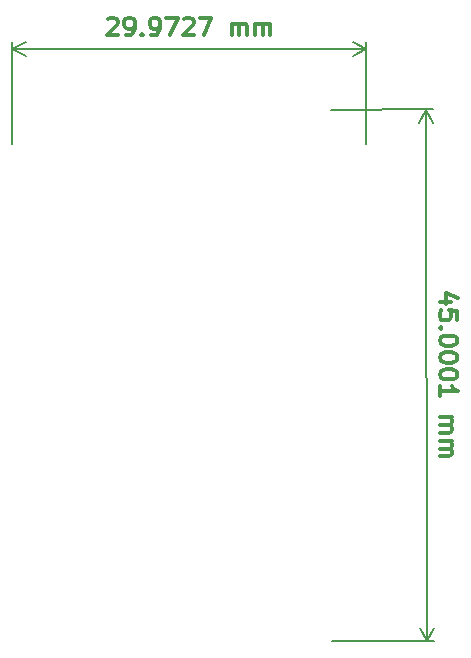
<source format=gbr>
%TF.GenerationSoftware,KiCad,Pcbnew,7.0.7*%
%TF.CreationDate,2024-03-20T19:05:46+01:00*%
%TF.ProjectId,DriverRGB_v2,44726976-6572-4524-9742-5f76322e6b69,v02*%
%TF.SameCoordinates,Original*%
%TF.FileFunction,OtherDrawing,Comment*%
%FSLAX46Y46*%
G04 Gerber Fmt 4.6, Leading zero omitted, Abs format (unit mm)*
G04 Created by KiCad (PCBNEW 7.0.7) date 2024-03-20 19:05:46*
%MOMM*%
%LPD*%
G01*
G04 APERTURE LIST*
%ADD10C,0.300000*%
%ADD11C,0.200000*%
G04 APERTURE END LIST*
D10*
X169127092Y-91944278D02*
X168127093Y-91945855D01*
X169697956Y-91586234D02*
X168625965Y-91230782D01*
X168625965Y-91230782D02*
X168627430Y-92159352D01*
X169629458Y-93443487D02*
X169628331Y-92729202D01*
X169628331Y-92729202D02*
X168913933Y-92658900D01*
X168913933Y-92658900D02*
X168985474Y-92730216D01*
X168985474Y-92730216D02*
X169057128Y-92872960D01*
X169057128Y-92872960D02*
X169057692Y-93230103D01*
X169057692Y-93230103D02*
X168986489Y-93373072D01*
X168986489Y-93373072D02*
X168915173Y-93444614D01*
X168915173Y-93444614D02*
X168772429Y-93516267D01*
X168772429Y-93516267D02*
X168415286Y-93516831D01*
X168415286Y-93516831D02*
X168272317Y-93445628D01*
X168272317Y-93445628D02*
X168200775Y-93374312D01*
X168200775Y-93374312D02*
X168129122Y-93231568D01*
X168129122Y-93231568D02*
X168128558Y-92874425D01*
X168128558Y-92874425D02*
X168199761Y-92731456D01*
X168199761Y-92731456D02*
X168271077Y-92659914D01*
X168273444Y-94159912D02*
X168202128Y-94231453D01*
X168202128Y-94231453D02*
X168130587Y-94160138D01*
X168130587Y-94160138D02*
X168201902Y-94088596D01*
X168201902Y-94088596D02*
X168273444Y-94159912D01*
X168273444Y-94159912D02*
X168130587Y-94160138D01*
X169632163Y-95157770D02*
X169632388Y-95300627D01*
X169632388Y-95300627D02*
X169561185Y-95443597D01*
X169561185Y-95443597D02*
X169489869Y-95515138D01*
X169489869Y-95515138D02*
X169347125Y-95586792D01*
X169347125Y-95586792D02*
X169061524Y-95658671D01*
X169061524Y-95658671D02*
X168704381Y-95659234D01*
X168704381Y-95659234D02*
X168418555Y-95588257D01*
X168418555Y-95588257D02*
X168275585Y-95517054D01*
X168275585Y-95517054D02*
X168204044Y-95445738D01*
X168204044Y-95445738D02*
X168132390Y-95302994D01*
X168132390Y-95302994D02*
X168132164Y-95160137D01*
X168132164Y-95160137D02*
X168203368Y-95017167D01*
X168203368Y-95017167D02*
X168274683Y-94945626D01*
X168274683Y-94945626D02*
X168417428Y-94873972D01*
X168417428Y-94873972D02*
X168703029Y-94802093D01*
X168703029Y-94802093D02*
X169060171Y-94801529D01*
X169060171Y-94801529D02*
X169345998Y-94872507D01*
X169345998Y-94872507D02*
X169488968Y-94943710D01*
X169488968Y-94943710D02*
X169560509Y-95015026D01*
X169560509Y-95015026D02*
X169632163Y-95157770D01*
X169634417Y-96586339D02*
X169634642Y-96729196D01*
X169634642Y-96729196D02*
X169563439Y-96872166D01*
X169563439Y-96872166D02*
X169492123Y-96943707D01*
X169492123Y-96943707D02*
X169349379Y-97015361D01*
X169349379Y-97015361D02*
X169063778Y-97087240D01*
X169063778Y-97087240D02*
X168706635Y-97087804D01*
X168706635Y-97087804D02*
X168420809Y-97016826D01*
X168420809Y-97016826D02*
X168277839Y-96945623D01*
X168277839Y-96945623D02*
X168206298Y-96874307D01*
X168206298Y-96874307D02*
X168134644Y-96731563D01*
X168134644Y-96731563D02*
X168134418Y-96588706D01*
X168134418Y-96588706D02*
X168205621Y-96445736D01*
X168205621Y-96445736D02*
X168276937Y-96374195D01*
X168276937Y-96374195D02*
X168419682Y-96302541D01*
X168419682Y-96302541D02*
X168705283Y-96230662D01*
X168705283Y-96230662D02*
X169062425Y-96230098D01*
X169062425Y-96230098D02*
X169348252Y-96301076D01*
X169348252Y-96301076D02*
X169491221Y-96372279D01*
X169491221Y-96372279D02*
X169562763Y-96443595D01*
X169562763Y-96443595D02*
X169634417Y-96586339D01*
X169636671Y-98014908D02*
X169636896Y-98157765D01*
X169636896Y-98157765D02*
X169565693Y-98300735D01*
X169565693Y-98300735D02*
X169494377Y-98372276D01*
X169494377Y-98372276D02*
X169351633Y-98443930D01*
X169351633Y-98443930D02*
X169066032Y-98515809D01*
X169066032Y-98515809D02*
X168708889Y-98516373D01*
X168708889Y-98516373D02*
X168423062Y-98445395D01*
X168423062Y-98445395D02*
X168280093Y-98374192D01*
X168280093Y-98374192D02*
X168208552Y-98302876D01*
X168208552Y-98302876D02*
X168136898Y-98160132D01*
X168136898Y-98160132D02*
X168136672Y-98017275D01*
X168136672Y-98017275D02*
X168207875Y-97874305D01*
X168207875Y-97874305D02*
X168279191Y-97802764D01*
X168279191Y-97802764D02*
X168421936Y-97731110D01*
X168421936Y-97731110D02*
X168707537Y-97659231D01*
X168707537Y-97659231D02*
X169064679Y-97658668D01*
X169064679Y-97658668D02*
X169350506Y-97729645D01*
X169350506Y-97729645D02*
X169493475Y-97800848D01*
X169493475Y-97800848D02*
X169565017Y-97872164D01*
X169565017Y-97872164D02*
X169636671Y-98014908D01*
X168139715Y-99945844D02*
X168138363Y-99088702D01*
X168139039Y-99517273D02*
X169639037Y-99514906D01*
X169639037Y-99514906D02*
X169424526Y-99372387D01*
X169424526Y-99372387D02*
X169281444Y-99229756D01*
X169281444Y-99229756D02*
X169209790Y-99087011D01*
X168142533Y-101731555D02*
X169142531Y-101729977D01*
X168999674Y-101730203D02*
X169071216Y-101801519D01*
X169071216Y-101801519D02*
X169142870Y-101944263D01*
X169142870Y-101944263D02*
X169143208Y-102158548D01*
X169143208Y-102158548D02*
X169072005Y-102301518D01*
X169072005Y-102301518D02*
X168929260Y-102373172D01*
X168929260Y-102373172D02*
X168143547Y-102374412D01*
X168929260Y-102373172D02*
X169072230Y-102444375D01*
X169072230Y-102444375D02*
X169143884Y-102587119D01*
X169143884Y-102587119D02*
X169144222Y-102801405D01*
X169144222Y-102801405D02*
X169073019Y-102944374D01*
X169073019Y-102944374D02*
X168930275Y-103016028D01*
X168930275Y-103016028D02*
X168144561Y-103017268D01*
X168145688Y-103731553D02*
X169145687Y-103729975D01*
X169002830Y-103730200D02*
X169074371Y-103801516D01*
X169074371Y-103801516D02*
X169146025Y-103944260D01*
X169146025Y-103944260D02*
X169146363Y-104158546D01*
X169146363Y-104158546D02*
X169075160Y-104301515D01*
X169075160Y-104301515D02*
X168932416Y-104373169D01*
X168932416Y-104373169D02*
X168146703Y-104374409D01*
X168932416Y-104373169D02*
X169075385Y-104444372D01*
X169075385Y-104444372D02*
X169147039Y-104587117D01*
X169147039Y-104587117D02*
X169147377Y-104801402D01*
X169147377Y-104801402D02*
X169076174Y-104944372D01*
X169076174Y-104944372D02*
X168933430Y-105016026D01*
X168933430Y-105016026D02*
X168147717Y-105017265D01*
D11*
X158995999Y-120674609D02*
X167637147Y-120660975D01*
X158924999Y-75674611D02*
X167566147Y-75660977D01*
X167050728Y-120661901D02*
X166979728Y-75661903D01*
X167050728Y-120661901D02*
X166979728Y-75661903D01*
X167050728Y-120661901D02*
X166462531Y-119536324D01*
X167050728Y-120661901D02*
X167635371Y-119534473D01*
X166979728Y-75661903D02*
X167567925Y-76787480D01*
X166979728Y-75661903D02*
X166395085Y-76789331D01*
D10*
X140010790Y-68031585D02*
X140082218Y-67960157D01*
X140082218Y-67960157D02*
X140225076Y-67888728D01*
X140225076Y-67888728D02*
X140582218Y-67888728D01*
X140582218Y-67888728D02*
X140725076Y-67960157D01*
X140725076Y-67960157D02*
X140796504Y-68031585D01*
X140796504Y-68031585D02*
X140867933Y-68174442D01*
X140867933Y-68174442D02*
X140867933Y-68317300D01*
X140867933Y-68317300D02*
X140796504Y-68531585D01*
X140796504Y-68531585D02*
X139939361Y-69388728D01*
X139939361Y-69388728D02*
X140867933Y-69388728D01*
X141582218Y-69388728D02*
X141867932Y-69388728D01*
X141867932Y-69388728D02*
X142010789Y-69317300D01*
X142010789Y-69317300D02*
X142082218Y-69245871D01*
X142082218Y-69245871D02*
X142225075Y-69031585D01*
X142225075Y-69031585D02*
X142296504Y-68745871D01*
X142296504Y-68745871D02*
X142296504Y-68174442D01*
X142296504Y-68174442D02*
X142225075Y-68031585D01*
X142225075Y-68031585D02*
X142153647Y-67960157D01*
X142153647Y-67960157D02*
X142010789Y-67888728D01*
X142010789Y-67888728D02*
X141725075Y-67888728D01*
X141725075Y-67888728D02*
X141582218Y-67960157D01*
X141582218Y-67960157D02*
X141510789Y-68031585D01*
X141510789Y-68031585D02*
X141439361Y-68174442D01*
X141439361Y-68174442D02*
X141439361Y-68531585D01*
X141439361Y-68531585D02*
X141510789Y-68674442D01*
X141510789Y-68674442D02*
X141582218Y-68745871D01*
X141582218Y-68745871D02*
X141725075Y-68817300D01*
X141725075Y-68817300D02*
X142010789Y-68817300D01*
X142010789Y-68817300D02*
X142153647Y-68745871D01*
X142153647Y-68745871D02*
X142225075Y-68674442D01*
X142225075Y-68674442D02*
X142296504Y-68531585D01*
X142939360Y-69245871D02*
X143010789Y-69317300D01*
X143010789Y-69317300D02*
X142939360Y-69388728D01*
X142939360Y-69388728D02*
X142867932Y-69317300D01*
X142867932Y-69317300D02*
X142939360Y-69245871D01*
X142939360Y-69245871D02*
X142939360Y-69388728D01*
X143725075Y-69388728D02*
X144010789Y-69388728D01*
X144010789Y-69388728D02*
X144153646Y-69317300D01*
X144153646Y-69317300D02*
X144225075Y-69245871D01*
X144225075Y-69245871D02*
X144367932Y-69031585D01*
X144367932Y-69031585D02*
X144439361Y-68745871D01*
X144439361Y-68745871D02*
X144439361Y-68174442D01*
X144439361Y-68174442D02*
X144367932Y-68031585D01*
X144367932Y-68031585D02*
X144296504Y-67960157D01*
X144296504Y-67960157D02*
X144153646Y-67888728D01*
X144153646Y-67888728D02*
X143867932Y-67888728D01*
X143867932Y-67888728D02*
X143725075Y-67960157D01*
X143725075Y-67960157D02*
X143653646Y-68031585D01*
X143653646Y-68031585D02*
X143582218Y-68174442D01*
X143582218Y-68174442D02*
X143582218Y-68531585D01*
X143582218Y-68531585D02*
X143653646Y-68674442D01*
X143653646Y-68674442D02*
X143725075Y-68745871D01*
X143725075Y-68745871D02*
X143867932Y-68817300D01*
X143867932Y-68817300D02*
X144153646Y-68817300D01*
X144153646Y-68817300D02*
X144296504Y-68745871D01*
X144296504Y-68745871D02*
X144367932Y-68674442D01*
X144367932Y-68674442D02*
X144439361Y-68531585D01*
X144939360Y-67888728D02*
X145939360Y-67888728D01*
X145939360Y-67888728D02*
X145296503Y-69388728D01*
X146439360Y-68031585D02*
X146510788Y-67960157D01*
X146510788Y-67960157D02*
X146653646Y-67888728D01*
X146653646Y-67888728D02*
X147010788Y-67888728D01*
X147010788Y-67888728D02*
X147153646Y-67960157D01*
X147153646Y-67960157D02*
X147225074Y-68031585D01*
X147225074Y-68031585D02*
X147296503Y-68174442D01*
X147296503Y-68174442D02*
X147296503Y-68317300D01*
X147296503Y-68317300D02*
X147225074Y-68531585D01*
X147225074Y-68531585D02*
X146367931Y-69388728D01*
X146367931Y-69388728D02*
X147296503Y-69388728D01*
X147796502Y-67888728D02*
X148796502Y-67888728D01*
X148796502Y-67888728D02*
X148153645Y-69388728D01*
X150510787Y-69388728D02*
X150510787Y-68388728D01*
X150510787Y-68531585D02*
X150582216Y-68460157D01*
X150582216Y-68460157D02*
X150725073Y-68388728D01*
X150725073Y-68388728D02*
X150939359Y-68388728D01*
X150939359Y-68388728D02*
X151082216Y-68460157D01*
X151082216Y-68460157D02*
X151153645Y-68603014D01*
X151153645Y-68603014D02*
X151153645Y-69388728D01*
X151153645Y-68603014D02*
X151225073Y-68460157D01*
X151225073Y-68460157D02*
X151367930Y-68388728D01*
X151367930Y-68388728D02*
X151582216Y-68388728D01*
X151582216Y-68388728D02*
X151725073Y-68460157D01*
X151725073Y-68460157D02*
X151796502Y-68603014D01*
X151796502Y-68603014D02*
X151796502Y-69388728D01*
X152510787Y-69388728D02*
X152510787Y-68388728D01*
X152510787Y-68531585D02*
X152582216Y-68460157D01*
X152582216Y-68460157D02*
X152725073Y-68388728D01*
X152725073Y-68388728D02*
X152939359Y-68388728D01*
X152939359Y-68388728D02*
X153082216Y-68460157D01*
X153082216Y-68460157D02*
X153153645Y-68603014D01*
X153153645Y-68603014D02*
X153153645Y-69388728D01*
X153153645Y-68603014D02*
X153225073Y-68460157D01*
X153225073Y-68460157D02*
X153367930Y-68388728D01*
X153367930Y-68388728D02*
X153582216Y-68388728D01*
X153582216Y-68388728D02*
X153725073Y-68460157D01*
X153725073Y-68460157D02*
X153796502Y-68603014D01*
X153796502Y-68603014D02*
X153796502Y-69388728D01*
D11*
X161925720Y-78573800D02*
X161925720Y-69923980D01*
X131953000Y-78573800D02*
X131953000Y-69923980D01*
X161925720Y-70510400D02*
X131953000Y-70510400D01*
X161925720Y-70510400D02*
X131953000Y-70510400D01*
X161925720Y-70510400D02*
X160799216Y-71096821D01*
X161925720Y-70510400D02*
X160799216Y-69923979D01*
X131953000Y-70510400D02*
X133079504Y-69923979D01*
X131953000Y-70510400D02*
X133079504Y-71096821D01*
M02*

</source>
